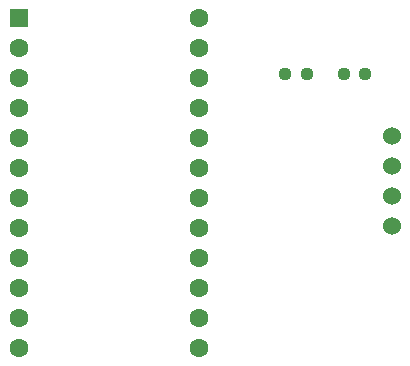
<source format=gbr>
%TF.GenerationSoftware,KiCad,Pcbnew,(6.0.1)*%
%TF.CreationDate,2023-03-08T21:06:13-08:00*%
%TF.ProjectId,Ultrasonic,556c7472-6173-46f6-9e69-632e6b696361,rev?*%
%TF.SameCoordinates,Original*%
%TF.FileFunction,Soldermask,Top*%
%TF.FilePolarity,Negative*%
%FSLAX46Y46*%
G04 Gerber Fmt 4.6, Leading zero omitted, Abs format (unit mm)*
G04 Created by KiCad (PCBNEW (6.0.1)) date 2023-03-08 21:06:13*
%MOMM*%
%LPD*%
G01*
G04 APERTURE LIST*
G04 Aperture macros list*
%AMRoundRect*
0 Rectangle with rounded corners*
0 $1 Rounding radius*
0 $2 $3 $4 $5 $6 $7 $8 $9 X,Y pos of 4 corners*
0 Add a 4 corners polygon primitive as box body*
4,1,4,$2,$3,$4,$5,$6,$7,$8,$9,$2,$3,0*
0 Add four circle primitives for the rounded corners*
1,1,$1+$1,$2,$3*
1,1,$1+$1,$4,$5*
1,1,$1+$1,$6,$7*
1,1,$1+$1,$8,$9*
0 Add four rect primitives between the rounded corners*
20,1,$1+$1,$2,$3,$4,$5,0*
20,1,$1+$1,$4,$5,$6,$7,0*
20,1,$1+$1,$6,$7,$8,$9,0*
20,1,$1+$1,$8,$9,$2,$3,0*%
G04 Aperture macros list end*
%ADD10C,1.530000*%
%ADD11RoundRect,0.237500X-0.250000X-0.237500X0.250000X-0.237500X0.250000X0.237500X-0.250000X0.237500X0*%
%ADD12R,1.600000X1.600000*%
%ADD13C,1.600000*%
G04 APERTURE END LIST*
D10*
%TO.C,U2*%
X163250000Y-94610000D03*
X163250000Y-92070000D03*
X163250000Y-89530000D03*
X163250000Y-86990000D03*
%TD*%
D11*
%TO.C,R2*%
X159162500Y-81700000D03*
X160987500Y-81700000D03*
%TD*%
D12*
%TO.C,U1*%
X131705000Y-76980000D03*
D13*
X131705000Y-79520000D03*
X131705000Y-82060000D03*
X131705000Y-84600000D03*
X131705000Y-87140000D03*
X131705000Y-89680000D03*
X131705000Y-92220000D03*
X131705000Y-94760000D03*
X131705000Y-97300000D03*
X131705000Y-99840000D03*
X131705000Y-102380000D03*
X131705000Y-104920000D03*
X146945000Y-104920000D03*
X146945000Y-102380000D03*
X146945000Y-99840000D03*
X146945000Y-97300000D03*
X146945000Y-94760000D03*
X146945000Y-92220000D03*
X146945000Y-89680000D03*
X146945000Y-87140000D03*
X146945000Y-84600000D03*
X146945000Y-82060000D03*
X146945000Y-79520000D03*
X146945000Y-76980000D03*
%TD*%
D11*
%TO.C,R1*%
X154212500Y-81775000D03*
X156037500Y-81775000D03*
%TD*%
M02*

</source>
